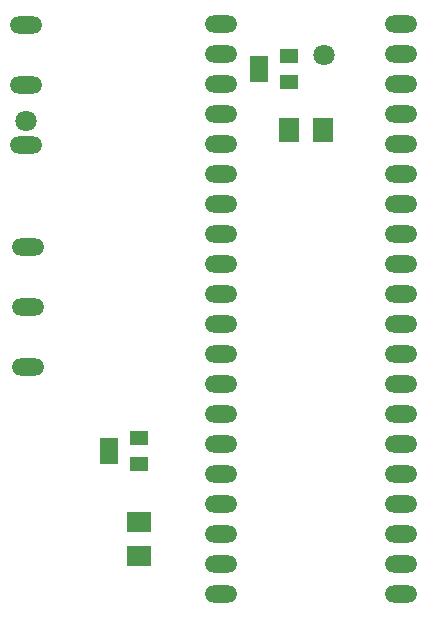
<source format=gts>
G04 --- HEADER BEGIN --- *
%TF.GenerationSoftware,LibrePCB,LibrePCB,0.1.0*%
%TF.CreationDate,2018-07-25T23:47:17*%
%TF.ProjectId,desklift - other_routing,146e283d-8dba-42bd-9080-c603e88aa634,v1*%
%TF.Part,Single*%
%FSLAX66Y66*%
%MOMM*%
G01*
G74*
G04 --- HEADER END --- *
G04 --- APERTURE LIST BEGIN --- *
%ADD10O,2.74X1.47*%
%ADD11R,1.6X1.2*%
%ADD12R,1.6X2.2*%
%ADD13R,2.003X1.8*%
%ADD14R,1.8X2.003*%
%ADD15C,1.8*%
G04 --- APERTURE LIST END --- *
G04 --- BOARD BEGIN --- *
D10*
X43180000Y79851250D03*
X43180000Y69691250D03*
X43180000Y74771250D03*
D11*
X65436728Y77300112D03*
X65436728Y75100112D03*
D12*
X62836728Y76200112D03*
D10*
X43338750Y61118750D03*
X43338750Y50958750D03*
X43338750Y56038750D03*
X74929888Y41909696D03*
X74929888Y67309696D03*
X74929888Y77469696D03*
X74929888Y72389696D03*
X59689888Y57149696D03*
X59689888Y72389696D03*
X74929888Y54609696D03*
X74929888Y34289696D03*
X74929888Y44449696D03*
X59689888Y80009696D03*
X59689888Y54609696D03*
X74929888Y62229696D03*
X59689888Y31749696D03*
X59689888Y62229696D03*
X74929888Y69849696D03*
X59689888Y52069696D03*
X74929888Y31749696D03*
X59689888Y77469696D03*
X74929888Y57149696D03*
X59689888Y59689696D03*
X59689888Y44449696D03*
X74929888Y39369696D03*
X74929888Y46989696D03*
X59689888Y36829696D03*
X74929888Y64769696D03*
X59689888Y67309696D03*
X74929888Y80009696D03*
X74929888Y49529696D03*
X74929888Y52069696D03*
X59689888Y74929696D03*
X59689888Y69849696D03*
X59689888Y64769696D03*
X74929888Y36829696D03*
X59689888Y41909696D03*
X59689888Y46989696D03*
X59689888Y39369696D03*
X74929888Y59689696D03*
X59689888Y34289696D03*
X59689888Y49529696D03*
X74929888Y74929696D03*
D13*
X52705032Y37775752D03*
X52705032Y34931752D03*
D11*
X52735000Y44915000D03*
X52735000Y42715000D03*
D12*
X50135000Y43815000D03*
D14*
X65411740Y71040672D03*
X68255740Y71040672D03*
D15*
X68381560Y77311344D03*
X43180000Y71755000D03*
G04 --- BOARD END --- *
%TF.MD5,a0873b891ec9b87a6a5951a86adcde87*%
M02*

</source>
